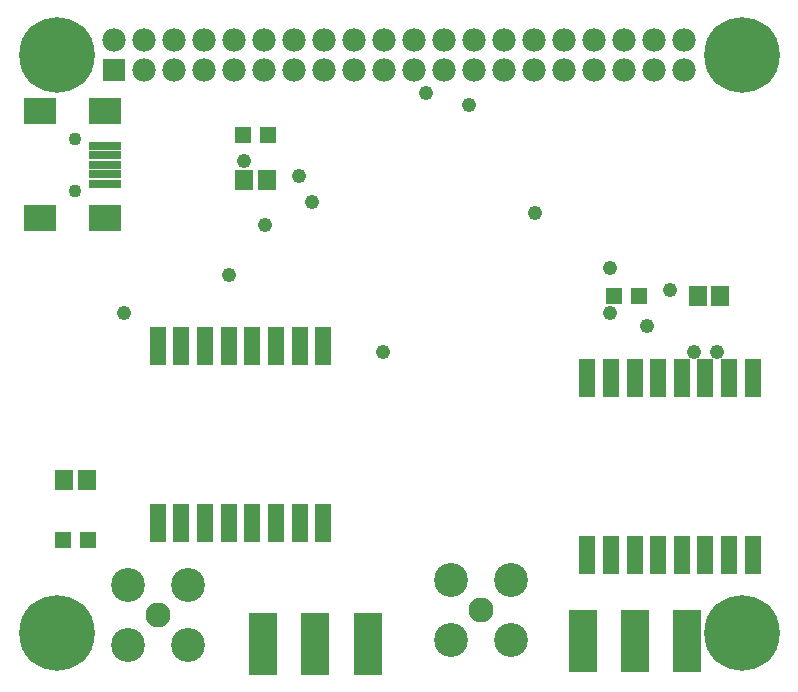
<source format=gts>
G75*
%MOIN*%
%OFA0B0*%
%FSLAX25Y25*%
%IPPOS*%
%LPD*%
%AMOC8*
5,1,8,0,0,1.08239X$1,22.5*
%
%ADD10R,0.05524X0.12611*%
%ADD11C,0.11627*%
%ADD12R,0.07800X0.07800*%
%ADD13C,0.07800*%
%ADD14C,0.25197*%
%ADD15C,0.08300*%
%ADD16C,0.11300*%
%ADD17R,0.09800X0.20800*%
%ADD18R,0.05918X0.07099*%
%ADD19R,0.05524X0.05524*%
%ADD20R,0.10643X0.02769*%
%ADD21R,0.10643X0.08674*%
%ADD22C,0.04343*%
%ADD23C,0.04800*%
D10*
X0052441Y0094471D03*
X0060315Y0094471D03*
X0068189Y0094471D03*
X0076063Y0094471D03*
X0083937Y0094471D03*
X0091811Y0094471D03*
X0099685Y0094471D03*
X0107559Y0094471D03*
X0107559Y0153526D03*
X0099685Y0153526D03*
X0091811Y0153526D03*
X0083937Y0153526D03*
X0076063Y0153526D03*
X0068189Y0153526D03*
X0060315Y0153526D03*
X0052441Y0153526D03*
X0195611Y0142994D03*
X0203485Y0142994D03*
X0211359Y0142994D03*
X0219233Y0142994D03*
X0227107Y0142994D03*
X0234981Y0142994D03*
X0242855Y0142994D03*
X0250729Y0142994D03*
X0250729Y0083939D03*
X0242855Y0083939D03*
X0234981Y0083939D03*
X0227107Y0083939D03*
X0219233Y0083939D03*
X0211359Y0083939D03*
X0203485Y0083939D03*
X0195611Y0083939D03*
D11*
X0247126Y0057778D03*
X0247126Y0250691D03*
X0018780Y0250691D03*
X0018780Y0057778D03*
D12*
X0037953Y0245691D03*
D13*
X0047953Y0245691D03*
X0057953Y0245691D03*
X0067953Y0245691D03*
X0077953Y0245691D03*
X0087953Y0245691D03*
X0097953Y0245691D03*
X0107953Y0245691D03*
X0117953Y0245691D03*
X0127953Y0245691D03*
X0137953Y0245691D03*
X0147953Y0245691D03*
X0157953Y0245691D03*
X0167953Y0245691D03*
X0177953Y0245691D03*
X0187953Y0245691D03*
X0197953Y0245691D03*
X0207953Y0245691D03*
X0217953Y0245691D03*
X0227953Y0245691D03*
X0227953Y0255691D03*
X0217953Y0255691D03*
X0207953Y0255691D03*
X0197953Y0255691D03*
X0187953Y0255691D03*
X0177953Y0255691D03*
X0167953Y0255691D03*
X0157953Y0255691D03*
X0147953Y0255691D03*
X0137953Y0255691D03*
X0127953Y0255691D03*
X0117953Y0255691D03*
X0107953Y0255691D03*
X0097953Y0255691D03*
X0087953Y0255691D03*
X0077953Y0255691D03*
X0067953Y0255691D03*
X0057953Y0255691D03*
X0047953Y0255691D03*
X0037953Y0255691D03*
D14*
X0018780Y0250691D03*
X0018780Y0057778D03*
X0247126Y0057778D03*
X0247126Y0250691D03*
D15*
X0160281Y0065578D03*
X0052500Y0063998D03*
D16*
X0042461Y0053959D03*
X0062539Y0053959D03*
X0062539Y0074037D03*
X0042461Y0074037D03*
X0150242Y0075617D03*
X0170320Y0075617D03*
X0170320Y0055539D03*
X0150242Y0055539D03*
D17*
X0122400Y0054098D03*
X0105000Y0054098D03*
X0087600Y0054098D03*
X0194204Y0055286D03*
X0211604Y0055286D03*
X0229004Y0055286D03*
D18*
X0232464Y0170187D03*
X0239944Y0170187D03*
X0088740Y0208998D03*
X0081260Y0208998D03*
X0028740Y0108998D03*
X0021260Y0108998D03*
D19*
X0020866Y0088998D03*
X0029134Y0088998D03*
X0080866Y0223998D03*
X0089134Y0223998D03*
X0204482Y0170187D03*
X0212749Y0170187D03*
D20*
X0034843Y0207699D03*
X0034843Y0210849D03*
X0034843Y0213998D03*
X0034843Y0217148D03*
X0034843Y0220298D03*
D21*
X0034843Y0231715D03*
X0013189Y0231715D03*
X0013189Y0196282D03*
X0034843Y0196282D03*
D22*
X0025000Y0205337D03*
X0025000Y0222660D03*
D23*
X0076250Y0177123D03*
X0088125Y0193998D03*
X0103750Y0201498D03*
X0099375Y0210248D03*
X0081250Y0215248D03*
X0041250Y0164623D03*
X0127500Y0151498D03*
X0178125Y0197748D03*
X0203125Y0179623D03*
X0203125Y0164623D03*
X0215625Y0160248D03*
X0223125Y0172123D03*
X0231250Y0151498D03*
X0238750Y0151498D03*
X0156250Y0233998D03*
X0141875Y0237748D03*
M02*

</source>
